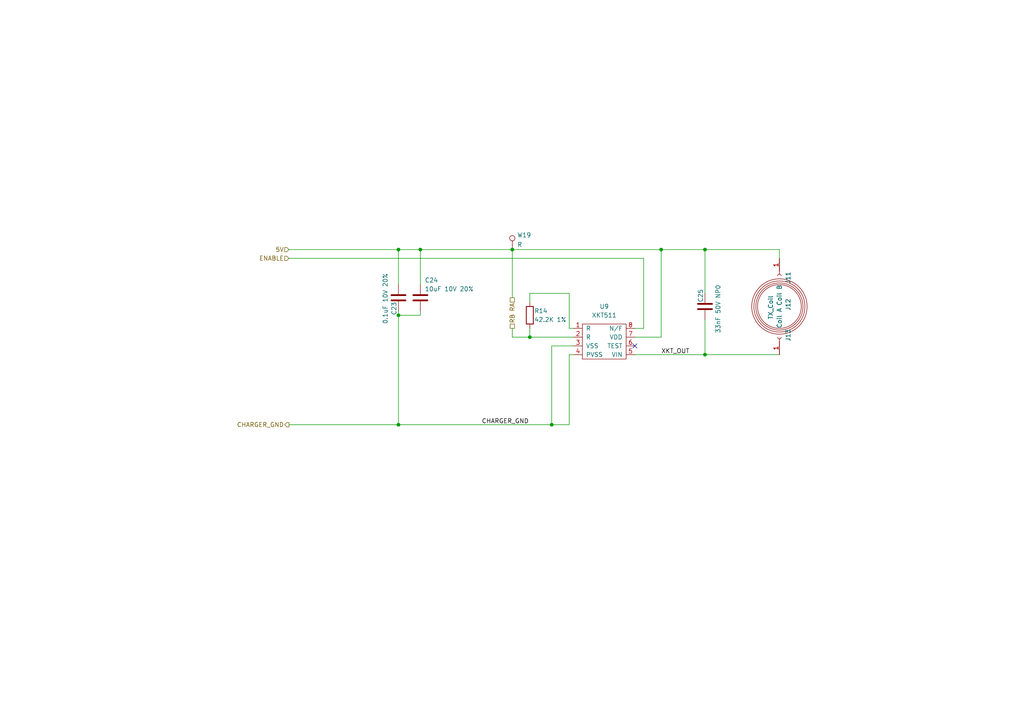
<source format=kicad_sch>
(kicad_sch (version 20230121) (generator eeschema)
  (paper "A4")
  (lib_symbols
    (symbol "Connector:Conn_01x01_Female" (pin_names (offset 1.016) hide)
      (property "Reference" "J" (at 0 2.54 0))
      (property "Value" "Conn_01x01_Female" (at 0 -2.54 0))
      (symbol "Conn_01x01_Female_1_1"
        (polyline (pts (xy -1.27 0) (xy -0.508 0)) (stroke (width 0.1524)))
        (arc (start 0 0.508) (mid -0.5058 0) (end 0 -0.508) (stroke (width 0.1524)))
        (pin passive line (at -5.08 0 0) (length 3.81) (name "Pin_1") (number "1"))
      )
    )
    (symbol "Device:C" (pin_numbers hide) (pin_names (offset 0.254))
      (property "Reference" "C" (at 0.635 2.54 0))
      (property "Value" "C" (at 0.635 -2.54 0))
      (symbol "C_0_1"
        (polyline (pts (xy -2.032 -0.762) (xy 2.032 -0.762)) (stroke (width 0.508)))
        (polyline (pts (xy -2.032 0.762) (xy 2.032 0.762)) (stroke (width 0.508)))
      )
      (symbol "C_1_1"
        (pin passive line (at 0 3.81 270) (length 2.794) (name "~") (number "1"))
        (pin passive line (at 0 -3.81 90) (length 2.794) (name "~") (number "2"))
      )
    )
    (symbol "Device:R" (pin_numbers hide) (pin_names (offset 0))
      (property "Reference" "R" (at 2.032 0 90))
      (property "Value" "R" (at 0 0 90))
      (symbol "R_0_1"
        (rectangle (start -1.016 -2.54) (end 1.016 2.54) (stroke (width 0.254)))
      )
      (symbol "R_1_1"
        (pin passive line (at 0 3.81 270) (length 1.27) (name "~") (number "1"))
        (pin passive line (at 0 -3.81 90) (length 1.27) (name "~") (number "2"))
      )
    )
    (symbol "Pixels-dice:TEST_1P-conn" (pin_numbers hide) (pin_names (offset 0.762) hide)
      (property "Reference" "W" (at 0 6.858 0))
      (property "Value" "TEST_1P-conn" (at 0 5.08 0))
      (symbol "TEST_1P-conn_0_1"
        (circle (center 0 3.302) (radius 0.762))
      )
      (symbol "TEST_1P-conn_1_1"
        (pin passive line (at 0 0 90) (length 2.54) (name "1") (number "1"))
      )
    )
    (symbol "Pixels-dice:TX_Coil"
      (property "Reference" "J" (at 0 10.16 0))
      (property "Value" "TX_Coil" (at 0 -10.16 0))
      (symbol "TX_Coil_0_1"
        (circle (center 0 0) (radius 6.35))
        (circle (center 0 0) (radius 6.8392))
        (circle (center 0 0) (radius 7.4053))
        (circle (center 0 0) (radius 8.0322))
      )
    )
    (symbol "Pixels-dice:XKT511" (pin_names (offset 1.016))
      (property "Reference" "U" (at 0 6.35 0))
      (property "Value" "XKT511" (at 0 -6.35 0))
      (symbol "XKT511_0_1"
        (rectangle (start -6.35 5.08) (end 6.35 -5.08))
      )
      (symbol "XKT511_1_1"
        (pin passive line (at -8.89 3.81 0) (length 2.54) (name "R") (number "1"))
        (pin passive line (at -8.89 1.27 0) (length 2.54) (name "R") (number "2"))
        (pin power_in line (at -8.89 -1.27 0) (length 2.54) (name "VSS") (number "3"))
        (pin power_in line (at -8.89 -3.81 0) (length 2.54) (name "PVSS") (number "4"))
        (pin input line (at 8.89 -3.81 180) (length 2.54) (name "VIN") (number "5"))
        (pin output line (at 8.89 -1.27 180) (length 2.54) (name "TEST") (number "6"))
        (pin power_in line (at 8.89 1.27 180) (length 2.54) (name "VDD") (number "7"))
        (pin input line (at 8.89 3.81 180) (length 2.54) (name "N/F") (number "8"))
      )
    )
  )
  (junction (at 115.57 123.19))
  (junction (at 153.67 97.79))
  (junction (at 160.02 123.19))
  (junction (at 148.59 72.39))
  (junction (at 191.77 72.39))
  (junction (at 115.57 91.44))
  (junction (at 115.57 72.39))
  (junction (at 121.92 72.39))
  (junction (at 204.47 102.87))
  (junction (at 204.47 72.39))
  (no_connect (at 184.15 100.33))
  (wire (pts (xy 204.47 102.87) (xy 226.06 102.87)))
  (wire (pts (xy 153.67 95.25) (xy 153.67 97.79)))
  (wire (pts (xy 121.92 72.39) (xy 121.92 82.55)))
  (wire (pts (xy 186.69 74.93) (xy 186.69 95.25)))
  (wire (pts (xy 153.67 97.79) (xy 148.59 97.79)))
  (wire (pts (xy 115.57 123.19) (xy 160.02 123.19)))
  (wire (pts (xy 83.82 123.19) (xy 115.57 123.19)))
  (wire (pts (xy 160.02 100.33) (xy 160.02 123.19)))
  (wire (pts (xy 121.92 90.17) (xy 121.92 91.44)))
  (wire (pts (xy 121.92 91.44) (xy 115.57 91.44)))
  (wire (pts (xy 166.37 100.33) (xy 160.02 100.33)))
  (wire (pts (xy 204.47 92.71) (xy 204.47 102.87)))
  (wire (pts (xy 83.82 74.93) (xy 186.69 74.93)))
  (wire (pts (xy 184.15 97.79) (xy 191.77 97.79)))
  (wire (pts (xy 165.1 85.09) (xy 165.1 95.25)))
  (wire (pts (xy 184.15 102.87) (xy 204.47 102.87)))
  (wire (pts (xy 121.92 72.39) (xy 148.59 72.39)))
  (wire (pts (xy 184.15 95.25) (xy 186.69 95.25)))
  (wire (pts (xy 165.1 95.25) (xy 166.37 95.25)))
  (wire (pts (xy 165.1 102.87) (xy 165.1 123.19)))
  (wire (pts (xy 191.77 72.39) (xy 204.47 72.39)))
  (wire (pts (xy 115.57 90.17) (xy 115.57 91.44)))
  (wire (pts (xy 153.67 85.09) (xy 153.67 87.63)))
  (wire (pts (xy 83.82 72.39) (xy 115.57 72.39)))
  (wire (pts (xy 115.57 72.39) (xy 115.57 82.55)))
  (wire (pts (xy 191.77 97.79) (xy 191.77 72.39)))
  (wire (pts (xy 148.59 97.79) (xy 148.59 95.25)))
  (wire (pts (xy 148.59 72.39) (xy 148.59 86.36)))
  (wire (pts (xy 204.47 72.39) (xy 226.06 72.39)))
  (wire (pts (xy 166.37 102.87) (xy 165.1 102.87)))
  (wire (pts (xy 226.06 74.93) (xy 226.06 72.39)))
  (wire (pts (xy 115.57 91.44) (xy 115.57 123.19)))
  (wire (pts (xy 165.1 85.09) (xy 153.67 85.09)))
  (wire (pts (xy 204.47 72.39) (xy 204.47 85.09)))
  (wire (pts (xy 148.59 72.39) (xy 191.77 72.39)))
  (wire (pts (xy 160.02 123.19) (xy 165.1 123.19)))
  (wire (pts (xy 115.57 72.39) (xy 121.92 72.39)))
  (wire (pts (xy 153.67 97.79) (xy 166.37 97.79)))
  (label "CHARGER_GND" (at 139.7 123.19 0))
  (label "XKT_OUT" (at 191.77 102.87 0))
  (hierarchical_label "RB" (shape passive) (at 148.59 95.25 90))
  (hierarchical_label "CHARGER_GND" (shape output) (at 83.82 123.19 180))
  (hierarchical_label "5V" (shape input) (at 83.82 72.39 180))
  (hierarchical_label "RA" (shape passive) (at 148.59 86.36 270))
  (hierarchical_label "ENABLE" (shape input) (at 83.82 74.93 180))
  (symbol (lib_id "Pixels-dice:TEST_1P-conn") (at 148.59 72.39 0) (unit 1)
    (property "Reference" "W19" (at 149.987 68.1795 0) (effects (justify left)))
    (property "Value" "R" (at 149.987 70.9546 0) (effects (justify left)))
    (property "Footprint" "Pixels-dice:TEST_PIN" (effects hide))
    (instances (project "Main" (path "" (reference "W19") (unit 1)) (path "" (reference "W4") (unit 1)) (path "" (reference "W9") (unit 1)) (path "" (reference "W14") (unit 1)) (path "" (reference "W71") (unit 1)) (path "" (reference "W24") (unit 1)) (path "" (reference "W29") (unit 1)) (path "" (reference "W34") (unit 1))))
  )
  (symbol (lib_id "Device:C") (at 204.47 88.9 0) (mirror x) (unit 1)
    (property "Reference" "C25" (at 203.2 83.82 90) (effects (justify left)))
    (property "Value" "33nF 50V NP0" (at 208.28 82.55 90) (effects (justify left)))
    (property "Footprint" "Capacitor_SMD:C_1206_3216Metric" (effects hide))
    (property "Manufacturer" "Murata" (effects hide))
    (property "Manufacturer Part Number" "GRM3195C1H333JA01D" (effects hide))
    (property "Generic OK" "NO" (effects hide))
    (instances (project "Main" (path "" (reference "C25") (unit 1)) (path "" (reference "C13") (unit 1)) (path "" (reference "C17") (unit 1)) (path "" (reference "C21") (unit 1)) (path "" (reference "C57") (unit 1)) (path "" (reference "C29") (unit 1)) (path "" (reference "C33") (unit 1)) (path "" (reference "C37") (unit 1))))
  )
  (symbol (lib_id "Device:C") (at 115.57 86.36 0) (unit 1)
    (property "Reference" "C23" (at 114.3 91.44 90) (effects (justify left)))
    (property "Value" "0.1uF 10V 20%" (at 111.76 93.98 90) (effects (justify left)))
    (property "Footprint" "Capacitor_SMD:C_0402_1005Metric" (effects hide))
    (property "LCSC Part Number" "C2168305" (effects hide))
    (property "Manufacturer" "Murata" (effects hide))
    (property "Manufacturer Part Number" "GRM155R61H104KE19D" (effects hide))
    (property "Generic OK" "YES" (effects hide))
    (instances (project "Main" (path "" (reference "C23") (unit 1)) (path "" (reference "C11") (unit 1)) (path "" (reference "C15") (unit 1)) (path "" (reference "C19") (unit 1)) (path "" (reference "C55") (unit 1)) (path "" (reference "C27") (unit 1)) (path "" (reference "C31") (unit 1)) (path "" (reference "C35") (unit 1))))
  )
  (symbol (lib_id "Pixels-dice:XKT511") (at 175.26 99.06 0) (unit 1)
    (property "Reference" "U9" (at 175.26 88.9 0))
    (property "Value" "XKT511" (at 175.26 91.44 0))
    (property "Footprint" "Pixels-dice:SOIC-8_3.9x4.9mm_P1.27mm" (effects hide))
    (property "Manufacturer" "XKT" (effects hide))
    (property "Manufacturer Part Number" "XKT-511" (effects hide))
    (instances (project "Main" (path "" (reference "U9") (unit 1)) (path "" (reference "U3") (unit 1)) (path "" (reference "U5") (unit 1)) (path "" (reference "U7") (unit 1)) (path "" (reference "U23") (unit 1)) (path "" (reference "U11") (unit 1)) (path "" (reference "U13") (unit 1)) (path "" (reference "U15") (unit 1))))
  )
  (symbol (lib_id "Device:C") (at 121.92 86.36 0) (unit 1)
    (property "Reference" "C24" (at 123.19 81.28 0) (effects (justify left)))
    (property "Value" "10uF 10V 20%" (at 123.19 83.82 0) (effects (justify left)))
    (property "Footprint" "Capacitor_SMD:C_0603_1608Metric" (effects hide))
    (property "Manufacturer" "Murata" (effects hide))
    (property "Manufacturer Part Number" "GRM188R61A106ME69D" (effects hide))
    (property "Generic OK" "YES" (effects hide))
    (instances (project "Main" (path "" (reference "C24") (unit 1)) (path "" (reference "C12") (unit 1)) (path "" (reference "C16") (unit 1)) (path "" (reference "C20") (unit 1)) (path "" (reference "C56") (unit 1)) (path "" (reference "C28") (unit 1)) (path "" (reference "C32") (unit 1)) (path "" (reference "C36") (unit 1))))
  )
  (symbol (lib_id "Pixels-dice:TX_Coil") (at 226.06 88.9 0) (unit 1)
    (property "Reference" "J12" (at 228.6 90.17 90) (effects (justify left)))
    (property "Value" "TX_Coil" (at 223.52 92.71 90) (effects (justify left)))
    (property "Footprint" "Pixels-dice:TX Coil" (effects hide))
    (instances (project "Main" (path "" (reference "J12") (unit 1)) (path "" (reference "J3") (unit 1)) (path "" (reference "J6") (unit 1)) (path "" (reference "J9") (unit 1)) (path "" (reference "J26") (unit 1)) (path "" (reference "J15") (unit 1)) (path "" (reference "J18") (unit 1)) (path "" (reference "J21") (unit 1))))
  )
  (symbol (lib_id "Connector:Conn_01x01_Female") (at 226.06 80.01 90) (mirror x) (unit 1)
    (property "Reference" "J11" (at 228.6 78.74 0) (effects (justify left)))
    (property "Value" "Coil B" (at 226.06 82.55 0) (effects (justify left)))
    (property "Footprint" "TestPoint:TestPoint_THTPad_D2.0mm_Drill1.0mm" (effects hide))
    (instances (project "Main" (path "" (reference "J11") (unit 1)) (path "" (reference "J2") (unit 1)) (path "" (reference "J5") (unit 1)) (path "" (reference "J8") (unit 1)) (path "" (reference "J25") (unit 1)) (path "" (reference "J14") (unit 1)) (path "" (reference "J17") (unit 1)) (path "" (reference "J20") (unit 1))))
  )
  (symbol (lib_id "Device:R") (at 153.67 91.44 180) (unit 1)
    (property "Reference" "R14" (at 154.94 90.17 0) (effects (justify right)))
    (property "Value" "42.2K 1%" (at 154.94 92.71 0) (effects (justify right)))
    (property "Footprint" "Resistor_SMD:R_0402_1005Metric" (effects hide))
    (property "Manufacturer" "UNI-ROYAL(Uniroyal Elec)" (effects hide))
    (property "Manufacturer Part Number" "0402WGF4222TCE" (effects hide))
    (instances (project "Main" (path "" (reference "R14") (unit 1)) (path "" (reference "R5") (unit 1)) (path "" (reference "R8") (unit 1)) (path "" (reference "R11") (unit 1)) (path "" (reference "R75") (unit 1)) (path "" (reference "R19") (unit 1)) (path "" (reference "R35") (unit 1)) (path "" (reference "R70") (unit 1))))
  )
  (symbol (lib_id "Connector:Conn_01x01_Female") (at 226.06 97.79 270) (mirror x) (unit 1)
    (property "Reference" "J13" (at 228.6 99.06 0) (effects (justify left)))
    (property "Value" "Coil A" (at 226.06 95.25 0) (effects (justify left)))
    (property "Footprint" "TestPoint:TestPoint_THTPad_D2.0mm_Drill1.0mm" (effects hide))
    (instances (project "Main" (path "" (reference "J13") (unit 1)) (path "" (reference "J4") (unit 1)) (path "" (reference "J7") (unit 1)) (path "" (reference "J10") (unit 1)) (path "" (reference "J27") (unit 1)) (path "" (reference "J16") (unit 1)) (path "" (reference "J19") (unit 1)) (path "" (reference "J22") (unit 1))))
  )
)
</source>
